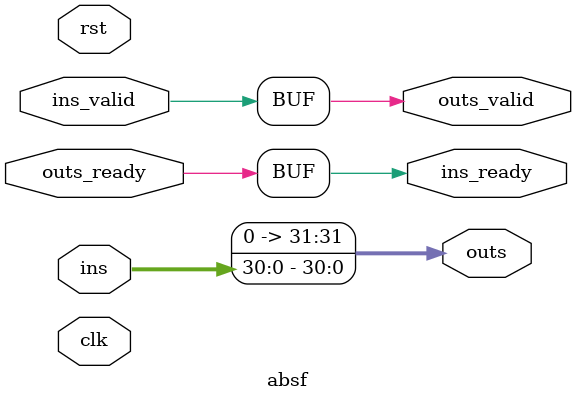
<source format=v>
module absf #(
    parameter DATA_TYPE = 32
)(
    // inputs
    input  wire                     clk,
    input  wire                     rst,
    input  wire [DATA_TYPE-1:0]     ins,
    input  wire                     ins_valid,
    input  wire                     outs_ready,

    // outputs
    output wire [DATA_TYPE-1:0]     outs,
    output wire                     outs_valid,
    output wire                     ins_ready
);

    // Absolute value = clear sign bit
    assign outs = {1'b0, ins[DATA_TYPE-2:0]};

    // Handshake (purely combinational)
    assign outs_valid = ins_valid;
    assign ins_ready  = outs_ready;

endmodule

</source>
